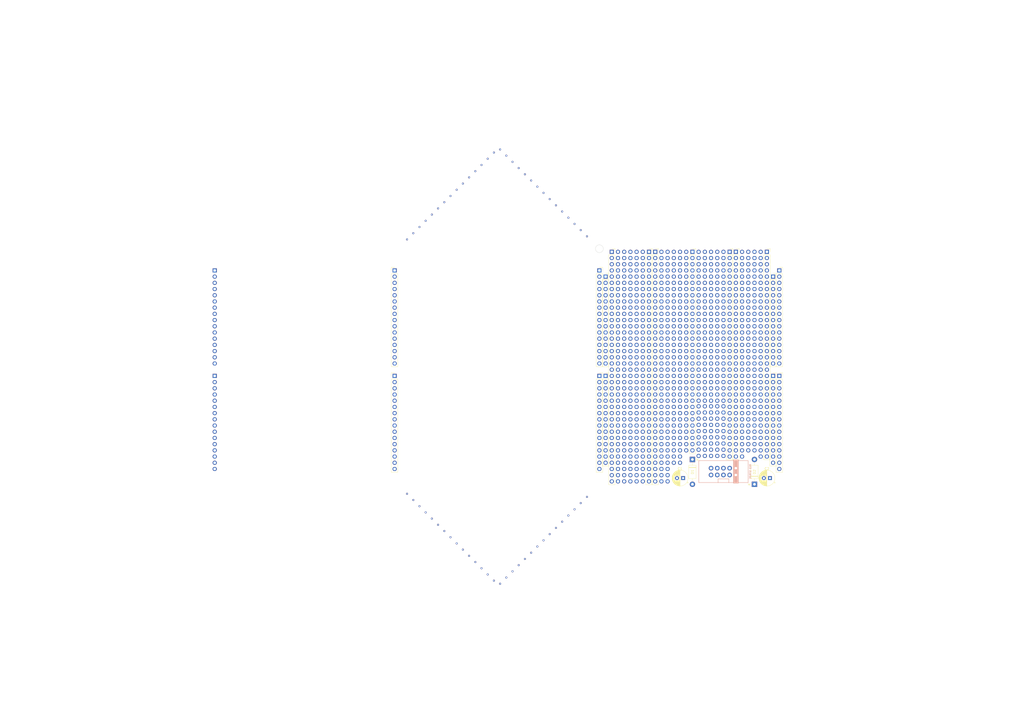
<source format=kicad_pcb>
(kicad_pcb (version 20240108) (generator "pcbnew") (generator_version "8.0")
  (layers (0 "F.Cu" signal) (1 "In1.Cu" signal) (2 "In2.Cu" signal) (3 "In3.Cu" signal) (4 "In4.Cu" signal) (31 "B.Cu" signal) (34 "B.Paste" user) (35 "F.Paste" user) (36 "B.SilkS" user "B.Silkscreen") (37 "F.SilkS" user "F.Silkscreen") (38 "B.Mask" user) (39 "F.Mask" user) (44 "Edge.Cuts" user))
  (net 0 "")
  (net 1 "+12V")
  (net 2 "GND")
  (net 3 "-12V")
  (net 4 "Net-(D1-A)")
  (net 5 "Net-(D2-K)")
  (net 6 "A1")
  (net 7 "A2")
  (net 8 "A3")
  (net 9 "F1")
  (net 10 "F2")
  (net 11 "F3")
  (net 12 "B1")
  (net 13 "B2")
  (net 14 "B3")
  (net 15 "G1")
  (net 16 "G2")
  (net 17 "G3")
  (net 18 "C1")
  (net 19 "C2")
  (net 20 "C3")
  (net 21 "H1")
  (net 22 "H2")
  (net 23 "H3")
  (net 24 "D1")
  (net 25 "D2")
  (net 26 "D3")
  (net 27 "I1")
  (net 28 "I2")
  (net 29 "I3")
  (net 30 "E1")
  (net 31 "E2")
  (net 32 "E3")
  (net 33 "J1")
  (net 34 "J2")
  (net 35 "J3")
  (net 36 "P1")
  (net 37 "P2")
  (net 38 "P3")
  (net 39 "K1")
  (net 40 "K2")
  (net 41 "K3")
  (net 42 "Q1")
  (net 43 "Q2")
  (net 44 "Q3")
  (net 45 "L1")
  (net 46 "L2")
  (net 47 "L3")
  (net 48 "R1")
  (net 49 "R2")
  (net 50 "R3")
  (net 51 "M1")
  (net 52 "M2")
  (net 53 "M3")
  (net 54 "S1")
  (net 55 "S2")
  (net 56 "S3")
  (net 57 "N1")
  (net 58 "N2")
  (net 59 "N3")
  (net 60 "T1")
  (net 61 "T2")
  (net 62 "T3")
  (net 63 "O1")
  (net 64 "O2")
  (net 65 "O3")
  (net 66 "Net-(J21-Pin_1)")
  (net 67 "Net-(J25-Pin_1)")
  (net 68 "Net-(J26-Pin_1)")
  (net 69 "Net-(J27-Pin_1)")
  (net 70 "Net-(J28-Pin_1)")
  (net 71 "Net-(J29-Pin_1)")
  (net 72 "Net-(J30-Pin_1)")
  (net 73 "Net-(J22-Pin_1)")
  (net 74 "Net-(J23-Pin_1)")
  (net 75 "Net-(J24-Pin_1)")
  (net 76 "Net-(J31-Pin_1)")
  (net 77 "Net-(J32-Pin_1)")
  (net 78 "Net-(J33-Pin_1)")
  (net 79 "Net-(J34-Pin_1)")
  (net 80 "Net-(J35-Pin_1)")
  (net 81 "Net-(J36-Pin_1)")
  (net 82 "Net-(J37-Pin_1)")
  (net 83 "Net-(J38-Pin_1)")
  (net 84 "Net-(J39-Pin_1)")
  (net 85 "Net-(J40-Pin_1)")
  (net 86 "Net-(J41-Pin_1)")
  (net 87 "Net-(J42-Pin_1)")
  (net 88 "Net-(J43-Pin_1)")
  (net 89 "Net-(J44-Pin_1)")
  (net 90 "Net-(J45-Pin_1)")
  (net 91 "Net-(J46-Pin_1)")
  (net 92 "Net-(J47-Pin_1)")
  (net 93 "Net-(J48-Pin_1)")
  (net 94 "Net-(J49-Pin_1)")
  (net 95 "Net-(J50-Pin_1)")
  (net 96 "Net-(J51-Pin_1)")
  (net 97 "Net-(J52-Pin_1)")
  (net 98 "Net-(J53-Pin_1)")
  (net 99 "Net-(J54-Pin_1)")
  (net 100 "Net-(J55-Pin_1)")
  (net 101 "Net-(J56-Pin_1)")
  (net 102 "Net-(J57-Pin_1)")
  (net 103 "Net-(J58-Pin_1)")
  (net 104 "Net-(J59-Pin_1)")
  (net 105 "Net-(J60-Pin_1)")
  (net 106 "Net-(J61-Pin_1)")
  (net 107 "Net-(J62-Pin_1)")
  (net 108 "Net-(J63-Pin_1)")
  (net 109 "Net-(J64-Pin_1)")
  (net 110 "Net-(J65-Pin_1)")
  (net 111 "Net-(J66-Pin_1)")
  (net 112 "Net-(J67-Pin_1)")
  (net 113 "Net-(J68-Pin_1)")
  (net 114 "Net-(J69-Pin_1)")
  (net 115 "Net-(J70-Pin_1)")
  (net 116 "Net-(J71-Pin_1)")
  (net 117 "Net-(J72-Pin_1)")
  (net 118 "Net-(J73-Pin_1)")
  (net 119 "Net-(J74-Pin_1)")
  (net 120 "Net-(J75-Pin_1)")
  (net 121 "Net-(J76-Pin_1)")
  (net 122 "Net-(J77-Pin_1)")
  (net 123 "Net-(J78-Pin_1)")
  (net 124 "Net-(J79-Pin_1)")
  (net 125 "Net-(J80-Pin_1)")
  (net 126 "Net-(J81-Pin_1)")
  (net 127 "Net-(J82-Pin_1)")
  (net 128 "Net-(J83-Pin_1)")
  (net 129 "Net-(J84-Pin_1)")
  (net 130 "Net-(J85-Pin_1)")
  (net 131 "Net-(J86-Pin_1)")
  (net 132 "Net-(J87-Pin_1)")
  (net 133 "Net-(J88-Pin_1)")
  (net 134 "Net-(J89-Pin_1)")
  (net 135 "Net-(J90-Pin_1)")
  (net 136 "Net-(J91-Pin_1)")
  (net 137 "Net-(J92-Pin_1)")
  (net 138 "Net-(J93-Pin_1)")
  (net 139 "Net-(J94-Pin_1)")
  (net 140 "Net-(J95-Pin_1)")
  (net 141 "Net-(J96-Pin_1)")
  (net 142 "Net-(J97-Pin_1)")
  (net 143 "Net-(J98-Pin_1)")
  (net 144 "Net-(J99-Pin_1)")
  (net 145 "Net-(J100-Pin_1)")
  (net 146 "Net-(J101-Pin_1)")
  (net 147 "Net-(J102-Pin_1)")
  (net 148 "Net-(J103-Pin_1)")
  (net 149 "Net-(J104-Pin_1)")
  (net 150 "Net-(J105-Pin_1)")
  (net 151 "Net-(J106-Pin_1)")
  (net 152 "Net-(J107-Pin_1)")
  (net 153 "Net-(J108-Pin_1)")
  (net 154 "Net-(J109-Pin_1)")
  (net 155 "Net-(J110-Pin_1)")
  (net 156 "Net-(J111-Pin_1)")
  (net 157 "Net-(J112-Pin_1)")
  (net 158 "Net-(J113-Pin_1)")
  (net 159 "Net-(J114-Pin_1)")
  (net 160 "Net-(J115-Pin_1)")
  (net 161 "Net-(J116-Pin_1)")
  (net 162 "Net-(J117-Pin_1)")
  (net 163 "Net-(J118-Pin_1)")
  (net 164 "Net-(J119-Pin_1)")
  (net 165 "Net-(J120-Pin_1)")
  (net 166 "Net-(J121-Pin_1)")
  (net 167 "Net-(J122-Pin_1)")
  (net 168 "Net-(J123-Pin_1)")
  (net 169 "Net-(J124-Pin_1)")
  (net 170 "Net-(J125-Pin_1)")
  (net 171 "Net-(J126-Pin_1)")
  (net 172 "Net-(J127-Pin_1)")
  (net 173 "Net-(J128-Pin_1)")
  (net 174 "Net-(J129-Pin_1)")
  (net 175 "Net-(J130-Pin_1)")
  (net 176 "Net-(J131-Pin_1)")
  (net 177 "Net-(J132-Pin_1)")
  (net 178 "Net-(J133-Pin_1)")
  (net 179 "Net-(J134-Pin_1)")
  (net 180 "Net-(J135-Pin_1)")
  (net 181 "Net-(J136-Pin_1)")
  (net 182 "Net-(J137-Pin_1)")
  (net 183 "Net-(J138-Pin_1)")
  (net 184 "Net-(J139-Pin_1)")
  (net 185 "Net-(J140-Pin_1)")
  (net 186 "Net-(J141-Pin_1)")
  (net 187 "Net-(J142-Pin_1)")
  (net 188 "Net-(J143-Pin_1)")
  (net 189 "Net-(J144-Pin_1)")
  (net 190 "Net-(J145-Pin_1)")
  (net 191 "Net-(J146-Pin_1)")
  (net 192 "Net-(J147-Pin_1)")
  (net 193 "Net-(J148-Pin_1)")
  (net 194 "Net-(J149-Pin_1)")
  (net 195 "Net-(J150-Pin_1)")
  (net 196 "Net-(J151-Pin_1)")
  (net 197 "Net-(J152-Pin_1)")
  (net 198 "Net-(J153-Pin_1)")
  (net 199 "Net-(J154-Pin_1)")
  (net 200 "Net-(J155-Pin_1)")
  (net 201 "Net-(J156-Pin_1)")
  (net 202 "Net-(J157-Pin_1)")
  (net 203 "Net-(J158-Pin_1)")
  (net 204 "Net-(J159-Pin_1)")
  (net 205 "Net-(J160-Pin_1)")
  (net 206 "Net-(J161-Pin_1)")
  (net 207 "Net-(J163-Pin_1)")
  (net 208 "Net-(J164-Pin_1)")
  (net 209 "Net-(J165-Pin_1)")
  (footprint "Connector_PinHeader_2.54mm:PinHeader_1x16_P2.54mm_Vertical" (layer "F.Cu") (at 88.9 152.4)
    (property "Reference" "J5" (hide yes))
    (property "Value" "Conn_01x16_Female" (hide yes))
  )
  (footprint "diy-nabra:R5_BB" (layer "F.Cu") (at 281.94 160.02 -90)
    (property "Reference" "J82" (hide yes))
    (property "Value" "R1")
  )
  (footprint "Connector_PinSocket_2.54mm:PinSocket_1x15_P2.54mm_Vertical" (layer "F.Cu") (at 248.92 152.4)
    (property "Reference" "J7" (hide yes))
    (property "Value" "Conn_01x15_Pin")
  )
  (footprint "diy-nabra:R5_BB" (layer "F.Cu") (at 264.16 132.08 -90)
    (property "Reference" "J43" (hide yes))
    (property "Value" "R1")
  )
  (footprint "diy-nabra:R5_BB" (layer "F.Cu") (at 254 104.14 90)
    (property "Reference" "J30" (hide yes))
    (property "Value" "R1")
  )
  (footprint "Connector_PinSocket_2.54mm:PinSocket_1x16_P2.54mm_Vertical" (layer "F.Cu") (at 246.38 109.22)
    (property "Reference" "J2" (hide yes))
    (property "Value" "Conn_01x16_Pin")
  )
  (footprint "diy-nabra:R5_BB" (layer "F.Cu") (at 254 185.42 90)
    (property "Reference" "J55" (hide yes))
    (property "Value" "R1")
  )
  (footprint "diy-nabra:R5_BB" (layer "F.Cu") (at 254 109.22 90)
    (property "Reference" "J28" (hide yes))
    (property "Value" "R1")
  )
  (footprint "diy-nabra:R5_BB" (layer "F.Cu") (at 297.18 177.54 -90)
    (property "Reference" "J127" (hide yes))
    (property "Value" "R1")
  )
  (footprint "diy-nabra:R5_BB" (layer "F.Cu") (at 297.18 154.94 -90)
    (property "Reference" "J118" (hide yes))
    (property "Value" "R1")
  )
  (footprint "diy-nabra:PinHeader_1x04_P2.54mm_Vertical" (layer "F.Cu") (at 312.42 114.3 -90)
    (property "Reference" "J136" (hide yes))
    (property "Value" "R1")
  )
  (footprint "diy-nabra:R5_BB" (layer "F.Cu") (at 281.94 104.14 -90)
    (property "Reference" "J60" (hide yes))
    (property "Value" "R1")
  )
  (footprint "diy-nabra:R5_BB" (layer "F.Cu") (at 281.94 106.68 -90)
    (property "Reference" "J61" (hide yes))
    (property "Value" "R1")
  )
  (footprint "diy-nabra:PinHeader_1x04_P2.54mm_Vertical" (layer "F.Cu") (at 312.42 157.48 -90)
    (property "Reference" "J153" (hide yes))
    (property "Value" "R1")
  )
  (footprint "diy-nabra:R5_BB" (layer "F.Cu") (at 297.18 116.84 -90)
    (property "Reference" "J103" (hide yes))
    (property "Value" "R1")
  )
  (footprint "diy-nabra:R5_BB" (layer "F.Cu") (at 264.16 170.18 -90)
    (property "Reference" "J38" (hide yes))
    (property "Value" "R1")
  )
  (footprint "diy-nabra:R5_BB" (layer "F.Cu") (at 297.18 144.78 -90)
    (property "Reference" "J114" (hide yes))
    (property "Value" "R1")
  )
  (footprint "diy-nabra:R5_BB" (layer "F.Cu") (at 281.94 129.54 -90)
    (property "Reference" "J70" (hide yes))
    (property "Value" "R1")
  )
  (footprint "diy-nabra:R5_BB" (layer "F.Cu") (at 281.94 132.08 -90)
    (property "Reference" "J71" (hide yes))
    (property "Value" "R1")
  )
  (footprint "diy-nabra:PinHeader_1x04_P2.54mm_Vertical" (layer "F.Cu") (at 312.42 160.02 -90)
    (property "Reference" "J154" (hide yes))
    (property "Value" "R1")
  )
  (footprint "diy-nabra:R5_BB" (layer "F.Cu") (at 297.18 164.84 -90)
    (property "Reference" "J122" (hide yes))
    (property "Value" "R1")
  )
  (footprint "diy-nabra:R5_BB" (layer "F.Cu") (at 281.94 170.18 -90)
    (property "Reference" "J86" (hide yes))
    (property "Value" "R1")
  )
  (footprint "diy-nabra:R5_BB" (layer "F.Cu") (at 297.18 119.38 -90)
    (property "Reference" "J104" (hide yes))
    (property "Value" "R1")
  )
  (footprint "diy-nabra:R5_BB" (layer "F.Cu") (at 297.18 121.92 -90)
    (property "Reference" "J105" (hide yes))
    (property "Value" "R1")
  )
  (footprint "diy-nabra:R5_BB" (layer "F.Cu") (at 297.18 127 -90)
    (property "Reference" "J107" (hide yes))
    (property "Value" "R1")
  )
  (footprint "diy-nabra:R5_BB" (layer "F.Cu") (at 297.18 152.4 -90)
    (property "Reference" "J117" (hide yes))
    (property "Value" "R1")
  )
  (footprint "diy-nabra:R5_BB" (layer "F.Cu") (at 297.18 172.46 -90)
    (property "Reference" "J125" (hide yes))
    (property "Value" "R1")
  )
  (footprint "diy-nabra:R5_BB" (layer "F.Cu") (at 281.94 137.16 -90)
    (property "Reference" "J73" (hide yes))
    (property "Value" "R1")
  )
  (footprint "Connector_PinHeader_2.54mm:PinHeader_1x05_P2.54mm_Vertical" (layer "F.Cu") (at 254 101.6 90)
    (property "Reference" "J21" (hide yes))
    (property "Value" "R1")
  )
  (footprint "diy-nabra:R5_BB" (layer "F.Cu") (at 254 114.3 90)
    (property "Reference" "J26" (hide yes))
    (property "Value" "R1")
  )
  (footprint "diy-nabra:PinHeader_1x02_P2.54mm_Vertical" (layer "F.Cu") (at 271.78 193.04 90)
    (property "Reference" "J95" (hide yes))
    (property "Value" "R1")
  )
  (footprint "Diode_THT:D_DO-41_SOD81_P10.16mm_Horizontal" (layer "F.Cu") (at 284.475 186.61 -90)
    (property "Reference" "D1")
    (property "Value" "1N4001")
  )
  (footprint "diy-nabra:R5_BB" (layer "F.Cu") (at 264.16 157.48 -90)
    (property "Reference" "J33" (hide yes))
    (property "Value" "R1")
  )
  (footprint "diy-nabra:PinHeader_1x04_P2.54mm_Vertical" (layer "F.Cu") (at 312.42 162.56 -90)
    (property "Reference" "J155" (hide yes))
    (property "Value" "R1")
  )
  (footprint "diy-nabra:R5_BB" (layer "F.Cu") (at 264.16 152.4 -90)
    (property "Reference" "J31" (hide yes))
    (property "Value" "R1")
  )
  (footprint "diy-nabra:R5_BB" (layer "F.Cu") (at 254 187.96 90)
    (property "Reference" "J54" (hide yes))
    (property "Value" "R1")
  )
  (footprint "diy-nabra:R5_BB" (layer "F.Cu") (at 254 111.76 90)
    (property "Reference" "J27" (hide yes))
    (property "Value" "R1")
  )
  (footprint "diy-nabra:R5_BB" (layer "F.Cu") (at 264.16 142.24 -90)
    (property "Reference" "J47" (hide yes))
    (property "Value" "R1")
  )
  (footprint "diy-nabra:R5_BB" (layer "F.Cu") (at 297.18 185.16 -90)
    (property "Reference" "J130" (hide yes))
    (property "Value" "R1")
  )
  (footprint "diy-nabra:PinHeader_1x04_P2.54mm_Vertical" (layer "F.Cu") (at 312.42 175.26 -90)
    (property "Reference" "J160" (hide yes))
    (property "Value" "R1")
  )
  (footprint "diy-nabra:PinHeader_1x04_P2.54mm_Vertical" (layer "F.Cu") (at 312.42 149.86 -90)
    (property "Reference" "J150" (hide yes))
    (property "Value" "R1")
  )
  (footprint "Connector_PinHeader_2.54mm:PinHeader_1x16_P2.54mm_Vertical" (layer "F.Cu") (at 88.9 109.22)
    (property "Reference" "J4" (hide yes))
    (property "Value" "Conn_01x16_Female" (hide yes))
  )
  (footprint "diy-nabra:PinHeader_1x04_P2.54mm_Vertical" (layer "F.Cu") (at 271.78 187.96 90)
    (property "Reference" "J93" (hide yes))
    (property "Value" "R1")
  )
  (footprint "diy-nabra:R5_BB" (layer "F.Cu") (at 254 121.92 90)
    (property "Reference" "J23" (hide yes))
    (property "Value" "R1")
  )
  (footprint "diy-nabra:PinHeader_1x04_P2.54mm_Vertical" (layer "F.Cu") (at 312.42 139.7 -90)
    (property "Reference" "J146" (hide yes))
    (property "Value" "R1")
  )
  (footprint "diy-nabra:PinHeader_1x04_P2.54mm_Vertical" (layer "F.Cu") (at 312.42 119.38 -90)
    (property "Reference" "J138" (hide yes))
    (property "Value" "R1")
  )
  (footprint "diy-nabra:R5_BB" (layer "F.Cu") (at 297.18 162.56 -90)
    (property "Reference" "J121" (hide yes))
    (property "Value" "R1")
  )
  (footprint "diy-nabra:PinHeader_1x04_P2.54mm_Vertical" (layer "F.Cu") (at 312.42 134.62 -90)
    (property "Reference" "J144" (hide yes))
    (property "Value" "R1")
  )
  (footprint "diy-nabra:R5_BB" (layer "F.Cu") (at 281.94 162.56 -90)
    (property "Reference" "J83" (hide yes))
    (property "Value" "R1")
  )
  (footprint "diy-nabra:PinHeader_1x04_P2.54mm_Vertical" (layer "F.Cu") (at 312.42 144.78 -90)
    (property "Reference" "J148" (hide yes))
    (property "Value" "R1")
  )
  (footprint "diy-nabra:R5_BB" (layer "F.Cu") (at 297.18 180.08 -90)
    (property "Reference" "J128" (hide yes))
    (property "Value" "R1")
  )
  (footprint "diy-nabra:R5_BB" (layer "F.Cu") (at 297.18 167.38 -90)
    (property "Reference" "J123" (hide yes))
    (property "Value" "R1")
  )
  (footprint "diy-nabra:PinHeader_1x04_P2.54mm_Vertical" (layer "F.Cu") (at 312.42 121.92 -90)
    (property "Reference" "J139" (hide yes))
    (property "Value" "R1")
  )
  (footprint "diy-nabra:R5_BB" (layer "F.Cu") (at 281.94 121.92 -90)
    (property "Reference" "J67" (hide yes))
    (property "Value" "R1")
  )
  (footprint "diy-nabra:PinHeader_1x04_P2.54mm_Vertical" (layer "F.Cu") (at 312.42 172.72 -90)
    (property "Reference" "J159" (hide yes))
    (property "Value" "R1")
  )
  (footprint "Connector_PinSocket_2.54mm:PinSocket_1x38_P2.54mm_Vertical" (layer "F.Cu") (at 251.46 101.6)
    (property "Reference" "J14" (hide yes))
    (property "Value" "Conn_01x38_Pin")
  )
  (footprint "diy-nabra:PinHeader_1x04_P2.54mm_Vertical" (layer "F.Cu") (at 312.42 170.18 -90)
    (property "Reference" "J158" (hide yes))
    (property "Value" "R1")
  )
  (footprint "diy-nabra:PinHeader_1x04_P2.54mm_Vertical" (layer "F.Cu") (at 312.42 111.76 -90)
    (property "Reference" "J135" (hide yes))
    (property "Value" "R1")
  )
  (footprint "diy-nabra:R5_BB" (layer "F.Cu") (at 264.16 139.7 -90)
    (property "Reference" "J46" (hide yes))
    (property "Value" "R1")
  )
  (footprint "diy-nabra:R5_BB" (layer "F.Cu") (at 297.18 182.62 -90)
    (property "Reference" "J129" (hide yes))
    (property "Value" "R1")
  )
  (footprint "diy-nabra:R5_BB" (layer "F.Cu") (at 254 177.8 90)
    (property "Reference" "J58" (hide yes))
    (property "Value" "R1")
  )
  (footprint "Connector_PinSocket_2.54mm:PinSocket_1x33_P2.54mm_Vertical" (layer "F.Cu") (at 284.48 101.6)
    (property "Reference" "J17" (hide yes))
    (property "Value" "Conn_01x33_Pin")
  )
  (footprint "diy-nabra:R5_BB" (layer "F.Cu") (at 264.16 154.94 -90)
    (property "Reference" "J32" (hide yes))
    (property "Value" "R1")
  )
  (footprint "diy-nabra:R5_BB" (layer "F.Cu") (at 281.94 167.64 -90)
    (property "Reference" "J85" (hide yes))
    (property "Value" "R1")
  )
  (footprint "diy-nabra:R5_BB" (layer "F.Cu") (at 254 180.34 90)
    (property "Reference" "J57" (hide yes))
    (property "Value" "R1")
  )
  (footprint "diy-nabra:R5_BB" (layer "F.Cu") (at 264.16 147.32 -90)
    (property "Reference" "J49" (hide yes))
    (property "Value" "R1")
  )
  (footprint "diy-nabra:PinHeader_1x04_P2.54mm_Vertical" (layer "F.Cu") (at 312.42 137.16 -90)
    (property "Reference" "J145" (hide yes))
    (property "Value" "R1")
  )
  (footprint "diy-nabra:R5_BB" (layer "F.Cu") (at 281.94 147.32 -90)
    (property "Reference" "J77" (hide yes))
    (property "Value" "R1")
  )
  (footprint "diy-nabra:PinHeader_1x04_P2.54mm_Vertical" (layer "F.Cu") (at 312.42 154.94 -90)
    (property "Reference" "J152" (hide yes))
    (property "Value" "R1")
  )
  (footprint "diy-nabra:R5_BB" (layer "F.Cu") (at 281.94 116.84 -90)
    (property "Reference" "J65" (hide yes))
    (property "Value" "R1")
  )
  (footprint "diy-nabra:PinHeader_1x04_P2.54mm_Vertical" (layer "F.Cu") (at 312.42 165.1 -90)
    (property "Reference" "J156" (hide yes))
    (property "Value" "R1")
  )
  (footprint "diy-nabra:R5_BB" (layer "F.Cu") (at 264.16 165.1 -90)
    (property "Reference" "J36" (hide yes))
    (property "Value" "R1")
  )
  (footprint "diy-nabra:R5_BB" (layer "F.Cu") (at 264.16 167.64 -90)
    (property "Reference" "J37" (hide yes))
    (property "Value" "R1")
  )
  (footprint "diy-nabra:R5_BB" (layer "F.Cu") (at 264.16 137.16 -90)
    (property "Reference" "J45" (hide yes))
    (property "Value" "R1")
  )
  (footprint "diy-nabra:R5_BB" (layer "F.Cu") (at 264.16 175.26 -90)
    (property "Reference" "J40" (hide yes))
    (property "Value" "R1")
  )
  (footprint "diy-nabra:R5_BB" (layer "F.Cu") (at 297.18 109.22 -90)
    (property "Reference" "J100" (hide yes))
    (property "Value" "R1")
  )
  (footprint "diy-nabra:PinHeader_1x02_P2.54mm_Vertical" (layer "F.Cu") (at 271.78 190.5 90)
    (property "Reference" "J94" (hide yes))
    (property "Value" "R1")
  )
  (footprint "diy-nabra:R5_BB" (layer "F.Cu") (at 281.94 124.46 -90)
    (property "Reference" "J68" (hide yes))
    (property "Value" "R1")
  )
  (footprint "Connector_PinSocket_2.54mm:PinSocket_1x15_P2.54mm_Vertical" (layer "F.Cu") (at 317.5 111.76)
    (property "Reference" "J12" (hide yes))
    (property "Value" "Conn_01x15_Pin")
  )
  (footprint "diy-nabra:R5_BB" (layer "F.Cu") (at 264.16 160.02 -90)
    (property "Reference" "J34" (hide yes))
    (property "Value" "R1")
  )
  (footprint "diy-nabra:PinHeader_1x04_P2.54mm_Vertical" (layer "F.Cu") (at 312.42 132.08 -90)
    (property "Reference" "J143" (hide yes))
    (property "Value" "R1")
  )
  (footprint "diy-nabra:R5_BB" (layer "F.Cu") (at 254 116.84 90)
    (property "Reference" "J25" (hide yes))
    (property "Value" "R1")
  )
  (footprint "diy-nabra:R5_BB" (layer "F.Cu") (at 281.94 172.72 -90)
    (property "Reference" "J87" (hide yes))
    (property "Value" "R1")
  )
  (footprint "diy-nabra:R5_BB" (layer "F.Cu") (at 264.16 134.62 -90)
    (property "Reference" "J44" (hide yes))
    (property "Value" "R1")
  )
  (footprint "diy-nabra:R5_BB" (layer "F.Cu") (at 264.16 172.72 -90)
    (property "Reference" "J39" (hide yes))
    (property "Value" "R1")
  )
  (footprint "diy-nabra:R5_BB" (layer "F.Cu") (at 297.18 111.76 -90)
    (property "Reference" "J101" (hide yes))
    (property "Value" "R1")
  )
  (footprint "diy-nabra:R5_BB" (layer "F.Cu") (at 297.18 139.7 -90)
    (property "Reference" "J112" (hide yes))
    (property "Value" "R1")
  )
  (footprint "diy-nabra:PinHeader_1x04_P2.54mm_Vertical" (layer "F.Cu") (at 312.42 116.84 -90)
    (property "Reference" "J137" (hide yes))
    (property "Value" "R1")
  )
  (footprint "diy-nabra:R5_BB" (layer "F.Cu") (at 281.94 157.48 -90)
    (property "Reference" "J81" (hide yes))
    (property "Value" "R1")
  )
  (footprint "diy-nabra:PinHeader_1x04_P2.54mm_Vertical" (layer "F.Cu") (at 312.42 147.32 -90)
    (property "Reference" "J149" (hide yes))
    (property "Value" "R1")
  )
  (footprint "diy-nabra:R5_BB" (layer "F.Cu") (at 281.94 182.88 -90)
    (property "Reference" "J91" (hide yes))
    (property "Value" "R1")
  )
  (footprint "Connector_PinHeader_2.54mm:PinHeader_1x16_P2.54mm_Vertical" (layer "F.Cu") (at 162.56 152.4)
    (property "Reference" "J11" (hide yes))
    (property "Value" "Conn_01x16_Female" (hide yes))
  )
  (footprint "diy-nabra:PinHeader_1x04_P2.54mm_Vertical" (layer "F.Cu") (at 304.8 177.8 90)
    (property "Reference" "J163" (hide yes))
    (property "Value" "R1")
  )
  (footprint "diy-nabra:R5_BB" (layer "F.Cu") (at 297.18 106.68 -90)
    (property "Reference" "J99" (hide yes))
    (property "Value" "R1")
  )
  (footprint "diy-nabra:R5_BB" (layer "F.Cu") (at 297.18 149.86 -90)
    (property "Reference" "J116" (hide yes))
    (property "Value" "R1")
  )
  (footprint "diy-nabra:R5_BB" (layer "F.Cu") (at 297.18 142.24 -90)
    (property "Reference" "J113" (hide yes))
    (property "Value" "R1")
  )
  (footprint "Connector_PinSocket_2.54mm:PinSocket_1x34_P2.54mm_Vertical" (layer "F.Cu") (at 314.96 101.6)
    (property "Reference" "J18" (hide yes))
    (property "Value" "Conn_01x34_Pin")
  )
  (footprint "diy-nabra:R5_BB" (layer "F.Cu") (at 254 193.04 90)
    (property "Reference" "J52" (hide yes))
    (property "Value" "R1")
  )
  (footprint "Connector_PinSocket_2.54mm:PinSocket_1x16_P2.54mm_Vertical" (layer "F.Cu") (at 320.04 152.4)
    (property "Reference" "J9" (hide yes))
    (property "Value" "Conn_01x16_Pin")
  )
  (footprint "diy-nabra:R5_BB" (layer "F.Cu") (at 281.94 154.94 -90)
    (property "Reference" "J80" (hide yes))
    (property "Value" "R1")
  )
  (footprint "diy-nabra:PinHeader_1x04_P2.54mm_Vertical" (layer "F.Cu") (at 312.42 106.68 -90)
    (property "Reference" "J133" (hide yes))
    (property "Value" "R1")
  )
  (footprint "diy-nabra:R5_BB" (layer "F.Cu") (at 281.94 111.76 -90)
    (property "Reference" "J63" (hide yes))
    (property "Value" "R1")
  )
  (footprint "diy-nabra:R5_BB" (layer "F.Cu") (at 281.94 175.26 -90)
    (property "Reference" "J88" (hide yes))
    (property "Value" "R1")
  )
  (footprint "diy-nabra:R5_BB" (layer "F.Cu") (at 297.18 129.54 -90)
    (property "Reference" "J108" (hide yes))
    (property "Value" "R1")
  )
  (footprint "diy-nabra:PinHeader_1x04_P2.54mm_Vertical" (layer "F.Cu") (at 312.42 127 -90)
    (property "Reference" "J141" (hide yes))
    (property "Value" "R1")
  )
  (footprint "diy-nabra:R5_BB" (layer "F.Cu") (at 281.94 152.4 -90)
    (property "Reference" "J79" (hide yes))
    (property "Value" "R1")
  )
  (footprint "diy-nabra:R5_BB" (layer "F.Cu") (at 264.16 144.78 -90)
    (property "Reference" "J48" (hide yes))
    (property "Value" "R1")
  )
  (footprint "diy-nabra:R5_BB" (layer "F.Cu") (at 254 182.88 90)
    (property "Reference" "J56" (hide yes))
    (property "Value" "R1")
  )
  (footprint "diy-nabra:R5_BB" (layer "F.Cu") (at 297.18 137.16 -90)
    (property "Reference" "J111" (hide yes))
    (property "Value" "R1")
  )
  (footprint "diy-nabra:R5_BB" (layer "F.Cu") (at 254 190.5 90)
    (property "Reference" "J53" (hide yes))
    (property "Value" "R1")
  )
  (footprint "diy-nabra:R5_BB" (layer "F.Cu") (at 281.94 142.24 -90)
    (property "Reference" "J75" (hide yes))
    (property "Value" "R1")
  )
  (footprint "diy-nabra:R5_BB" (layer "F.Cu") (at 281.94 144.78 -90)
    (property "Reference" "J76" (hide yes))
    (property "Value" "R1")
  )
  (footprint "diy-nabra:R5_BB" (layer "F.Cu") (at 281.94 134.62 -90)
    (property "Reference" "J72" (hide yes))
    (property "Value" "R1")
  )
  (footprint "diy-nabra:R5_BB" (layer "F.Cu") (at 297.18 124.46 -90)
    (property "Reference" "J106" (hide yes))
    (property "Value" "R1")
  )
  (footprint "diy-nabra:R5_BB" (layer "F.Cu") (at 281.94 101.6 -90)
    (property "Reference" "J59" (hide yes))
    (property "Value" "R1")
  )
  (footprint "diy-nabra:PinHeader_1x04_P2.54mm_Vertical" (layer "F.Cu") (at 271.78 185.42 90)
    (property "Reference" "J92" (hide yes))
    (property "Value" "R1")
  )
  (footprint "diy-nabra:R5_BB" (layer "F.Cu") (at 297.18 157.48 -90)
    (property "Reference" "J119" (hide yes))
    (property "Value" "R1")
  )
  (footprint "diy-nabra:R5_BB" (layer "F.Cu") (at 297.18 175 -90)
    (property "Reference" "J126" (hide yes))
    (property "Value" "R1")
  )
  (footprint "diy-nabra:R5_BB" (layer "F.Cu") (at 254 195.58 90)
    (property "Reference" "J51" (hide yes))
    (property "Value" "R1")
  )
  (footprint "Connector_PinSocket_2.54mm:PinSocket_1x15_P2.54mm_Vertical" (layer "F.Cu") (at 317.5 152.4)
    (property "Reference" "J13" (hide yes))
    (property "Value" "Conn_01x15_Pin")
  )
  (footprint "diy-nabra:PinHeader_1x02_P2.54mm_Vertical" (layer "F.Cu") (at 271.78 195.58 90)
    (property "Reference" "J96" (hide yes))
    (property "Value" "R1")
  )
  (footprint "diy-nabra:PinHeader_1x04_P2.54mm_Vertical" (layer "F.Cu") (at 312.42 129.54 -90)
    (property "Reference" "J142" (hide yes))
    (property "Value" "R1")
  )
  (footprint "Connector_PinSocket_2.54mm:PinSocket_1x15_P2.54mm_Vertical" (layer "F.Cu") (at 248.92 111.76)
    (property "Reference" "J6" (hide yes))
    (property "Value" "Conn_01x15_Pin")
  )
  (footprint "diy-nabra:PinHeader_1x01_P2.54mm_Vertical" (layer "F.Cu") (at 312.42 185.42)
    (property "Reference" "J162" (hide yes))
    (property "Value" "R2")
  )
  (footprint "diy-nabra:R5_BB" (layer "F.Cu") (at 264.16 129.54 -90)
    (property "Reference" "J42" (hide yes))
    (property "Value" "R1")
  )
  (footprint "diy-nabra:R5_BB" (layer "F.Cu") (at 254 124.46 90)
    (property "Reference" "J22" (hide yes))
    (property "Value" "R1")
  )
  (footprint "diy-nabra:R5_BB" (layer "F.Cu") (at 297.18 160.02 -90)
    (property "Reference" "J120" (hide yes))
    (property "Value" "R1")
  )
  (footprint "diy-nabra:PinHeader_1x04_P2.54mm_Vertical" (layer "F.Cu") (at 312.42 124.46 -90)
    (property "Reference" "J140" (hide yes))
    (property "Value" "R1")
  )
  (footprint "Connector_PinSocket_2.54mm:PinSocket_1x16_P2.54mm_Vertical" (layer "F.Cu") (at 246.38 152.4)
    (property "Reference" "J3" (hide yes))
    (property "Value" "Conn_01x16_Pin")
  )
  (footprint "diy-nabra:R5_BB" (layer "F.Cu") (at 297.18 169.92 -90)
    (property "Reference" "J124" (hide yes))
    (property "Value" "R1")
  )
  (footprint "diy-nabra:R5_BB" (layer "F.Cu") (at 281.94 114.3 -90)
    (property "Reference" "J64" (hide yes))
    (property "Value" "R1")
  )
  (footprint "diy-nabra:R5_BB" (layer "F.Cu") (at 297.18 147.32 -90)
    (property "Reference" "J115" (hide yes))
    (property "Value" "R1")
  )
  (footprint "diy-nabra:R5_BB" (layer "F.Cu") (at 254 119.38 90)
    (property "Reference" "J24" (hide yes))
    (property "Value" "R1")
  )
  (footprint "diy-nabra:R5_BB" (layer "F.Cu") (at 297.18 104.14 -90)
    (property "Reference" "J98" (hide yes))
    (property "Value" "R1")
  )
  (footprint "diy-nabra:R5_BB" (layer "F.Cu") (at 264.16 162.56 -90)
    (property "Reference" "J35" (hide yes))
    (property "Value" "R1")
  )
  (footprint "Connector_PinHeader_2.54mm:PinHeader_1x16_P2.54mm_Vertical" (layer "F.Cu") (at 162.56 109.22)
    (property "Reference" "J10" (hide yes))
    (property "Value" "Conn_01x16_Female" (hide yes))
  )
  (footprint "diy-nabra:R5_BB" (layer "F.Cu") (at 264.16 149.86 -90)
    (property "Reference" "J50" (hide yes))
    (property "Value" "R1")
  )
  (footprint "diy-nabra:R5_BB" (layer "F.Cu") (at 281.94 149.86 -90)
    (property "Reference" "J78" (hide yes))
    (property "Value" "R1")
  )
  (footprint "Connector_PinSocket_2.54mm:PinSocket_1x34_P2.54mm_Vertical" (layer "F.Cu") (at 299.72 101.6)
    (property "Reference" "J20" (hide yes))
    (property "Value" "Conn_01x34_Pin")
  )
  (footprint "diy-nabra:R5_BB" (layer "F.Cu") (at 281.94 139.7 -90)
    (property "Reference" "J74" (hide yes))
    (property "Value" "R1")
  )
  (footprint "diy-nabra:PinHeader_1x04_P2.54mm_Vertical" (layer "F.Cu") (at 304.8 180.34 90)
    (property "Reference" "J164" (hide yes))
    (property "Value" "R1")
  )
  (footprint "Capacitor_THT:CP_Radial_D6.3mm_P2.50mm" (layer "F.Cu") (at 280.665 194.23 180)
    (property "Reference" "C1")
    (property "Value" "10uF")
  )
  (footprint "diy-nabra:PinHeader_1x04_P2.54mm_Vertical" (layer "F.Cu") (at 312.42 101.6 -90)
    (property "Reference" "J131" (hide yes))
    (property "Value" "R1")
  )
  (footprint "diy-nabra:PinHeader_1x04_P2.54mm_Vertical" (layer "F.Cu") (at 312.42 104.14 -90)
    (property "Reference" "J132" (hide yes))
    (property "Value" "R1")
  )
  (footprint "diy-nabra:R5_BB" (layer "F.Cu") (at 281.94 119.38 -90)
    (property "Reference" "J66" (hide yes))
    (property "Value" "R1")
  )
  (footprint "diy-nabra:R5_BB" (layer "F.Cu") (at 271.78 127 90)
    (property "Reference" "J69" (hide yes))
    (property "Value" "R1")
  )
  (footprint "Diode_THT:D_DO-41_SOD81_P10.16mm_Horizontal" (layer "F.Cu") (at 309.875 196.77 90)
    (property "Reference" "D2")
    (property "Value" "1N4001")
  )
  (footprint "diy-nabra:PinHeader_1x04_P2.54mm_Vertical" (layer "F.Cu") (at 312.42 152.4 -90)
    (property "Reference" "J151" (hide yes))
    (property "Value" "R1")
  )
  (footprint "diy-nabra:R5_BB" (layer "F.Cu") (at 297.18 132.08 -90)
    (property "Reference" "J109" (hide yes))
    (property "Value" "R1")
  )
  (footprint "diy-nabra:PinHeader_1x04_P2.54mm_Vertical" (layer "F.Cu") (at 312.42 142.24 -90)
    (property "Reference" "J147" (hide yes))
    (property "Value" "R1")
  )
  (footprint "diy-nabra:R5_BB" (layer "F.Cu") (at 297.18 114.3 -90)
    (property "Reference" "J102" (hide yes))
    (property "Value" "R1")
  )
  (footprint "diy-nabra:PinHeader_1x01_P2.54mm_Vertical" (layer "F.Cu") (at 304.8 185.42)
    (property "Reference" "J161" (hide yes))
    (property "Value" "R2")
  )
  (footprint "diy-nabra:R5_BB" (layer "F.Cu") (at 297.18 134.62 -90)
    (property "Reference" "J110" (hide yes))
    (property "Value" "R1")
  )
  (footprint "Connector_PinSocket_2.54mm:PinSocket_1x38_P2.54mm_Vertical" (layer "F.Cu") (at 266.7 101.6)
    (property "Reference" "J16" (hide yes))
    (property "Value" "Conn_01x38_Pin")
  )
  (footprint "diy-nabra:R5_BB" (layer "F.Cu") (at 281.94 177.8 -90)
    (property "Reference" "J89" (hide yes))
    (property "Value" "R1")
  )
  (footprint "diy-nabra:R5_BB" (layer "F.Cu") (at 254 106.68 90)
    (property "Reference" "J29" (hide yes))
    (property "Value" "R1")
  )
  (footprint "Connector_PinSocket_2.54mm:PinSocket_1x38_P2.54mm_Vertical" (layer "F.Cu") (at 269.24 101.6)
    (property "Reference" "J15" (hide yes))
    (property "Value" "Conn_01x38_Pin")
  )
  (footprint "diy-nabra:PinHeader_1x04_P2.54mm_Vertical" (layer "F.Cu") (at 304.8 182.88 90)
    (property "Reference" "J165" (hide yes))
    (property "Value" "R1")
  )
  (footprint "diy-nabra:R5_BB" (layer "F.Cu") (at 297.18 101.6 -90)
    (property "Reference" "J97" (hide yes))
    (property "Value" "R1")
  )
  (footprint "Connector_PinSocket_2.54mm:PinSocket_1x34_P2.54mm_Vertical" (layer "F.Cu") (at 302.26 101.6)
    (property "Reference" "J19" (hide yes))
    (property "Value" "Conn_01x34_Pin")
  )
  (footprint "Connector_PinSocket_2.54mm:PinSocket_1x16_P2.54mm_Vertical" (layer "F.Cu") (at 320.04 109.22)
    (property "Reference" "J8" (hide yes))
    (property "Value" "Conn_01x16_Pin")
  )
  (footprint "diy-nabra:R5_BB" (layer "F.Cu") (at 281.94 109.22 -90)
    (property "Reference" "J62" (hide yes))
    (property "Value" "R1")
  )
  (footprint "diy-nabra:R5_BB" (layer "F.Cu") (at 281.94 180.34 -90)
    (property "Reference" "J90" (hide yes))
    (property "Value" "R1")
  )
  (footprint "diy-nabra:PinHeader_1x04_P2.54mm_Vertical" (layer "F.Cu") (at 312.42 167.64 -90)
    (property "Reference" "J157" (hide yes))
    (property "Value" "R1")
  )
  (footprint "diy-nabra:PinHeader_1x04_P2.54mm_Vertical" (layer "F.Cu") (at 312.42 109.22 -90)
    (property "Reference" "J134" (hide yes))
    (property "Value" "R1")
  )
  (footprint "Capacitor_THT:CP_Radial_D6.3mm_P2.50mm" (layer "F.Cu") (at 316.225 194.23 180)
    (property "Reference" "C2")
    (property "Value" "10uF")
  )
  (footprint "diy-nabra:R5_BB" (layer "F.Cu") (at 264.16 127 -90)
    (property "Reference" "J41" (hide yes))
    (property "Value" "R1")
  )
  (footprint "diy-nabra:R5_BB" (layer "F.Cu") (at 281.94 165.1 -90)
    (property "Reference" "J84" (hide yes))
    (property "Value" "R1")
  )
  (footprint "winterbloom:Eurorack_Power_2x5_Shrouded" (layer "B.Cu") (at 302.255 192.96 180)
    (property "Reference" "J1" (hide yes))
    (property "Value" "Eurorack_Power" (hide yes))
  )
  (gr_circle (center 246.375 100.33) (end 247.975 100.33) (stroke (width 0.1)) (fill none) (layer "Edge.Cuts"))
  (via (at 241.3 95.25) (size 0.8) (drill 0.4) (layers "F.Cu" "B.Cu") (net 6))
  (via (at 238.76 92.71) (size 0.8) (drill 0.4) (layers "F.Cu" "B.Cu") (net 7))
  (via (at 236.22 90.17) (size 0.8) (drill 0.4) (layers "F.Cu" "B.Cu") (net 8))
  (via (at 233.68 87.63) (size 0.8) (drill 0.4) (layers "F.Cu" "B.Cu") (net 9))
  (via (at 231.14 85.09) (size 0.8) (drill 0.4) (layers "F.Cu" "B.Cu") (net 10))
  (via (at 228.6 82.55) (size 0.8) (drill 0.4) (layers "F.Cu" "B.Cu") (net 11))
  (via (at 226.06 80.01) (size 0.8) (drill 0.4) (layers "F.Cu" "B.Cu") (net 12))
  (via (at 223.52 77.47) (size 0.8) (drill 0.4) (layers "F.Cu" "B.Cu") (net 13))
  (via (at 220.98 74.93) (size 0.8) (drill 0.4) (layers "F.Cu" "B.Cu") (net 14))
  (via (at 218.44 72.39) (size 0.8) (drill 0.4) (layers "F.Cu" "B.Cu") (net 15))
  (via (at 215.9 69.85) (size 0.8) (drill 0.4) (layers "F.Cu" "B.Cu") (net 16))
  (via (at 213.36 67.31) (size 0.8) (drill 0.4) (layers "F.Cu" "B.Cu") (net 17))
  (via (at 210.82 64.77) (size 0.8) (drill 0.4) (layers "F.Cu" "B.Cu") (net 18))
  (via (at 208.28 62.23) (size 0.8) (drill 0.4) (layers "F.Cu" "B.Cu") (net 19))
  (via (at 205.74 59.69) (size 0.8) (drill 0.4) (layers "F.Cu" "B.Cu") (net 20))
  (via (at 205.74 237.49) (size 0.8) (drill 0.4) (layers "F.Cu" "B.Cu") (net 21))
  (via (at 208.28 234.95) (size 0.8) (drill 0.4) (layers "F.Cu" "B.Cu") (net 22))
  (via (at 210.82 232.41) (size 0.8) (drill 0.4) (layers "F.Cu" "B.Cu") (net 23))
  (via (at 213.36 229.87) (size 0.8) (drill 0.4) (layers "F.Cu" "B.Cu") (net 24))
  (via (at 215.9 227.33) (size 0.8) (drill 0.4) (layers "F.Cu" "B.Cu") (net 25))
  (via (at 218.44 224.79) (size 0.8) (drill 0.4) (layers "F.Cu" "B.Cu") (net 26))
  (via (at 220.98 222.25) (size 0.8) (drill 0.4) (layers "F.Cu" "B.Cu") (net 27))
  (via (at 223.52 219.71) (size 0.8) (drill 0.4) (layers "F.Cu" "B.Cu") (net 28))
  (via (at 226.06 217.17) (size 0.8) (drill 0.4) (layers "F.Cu" "B.Cu") (net 29))
  (via (at 228.6 214.63) (size 0.8) (drill 0.4) (layers "F.Cu" "B.Cu") (net 30))
  (via (at 231.14 212.09) (size 0.8) (drill 0.4) (layers "F.Cu" "B.Cu") (net 31))
  (via (at 233.68 209.55) (size 0.8) (drill 0.4) (layers "F.Cu" "B.Cu") (net 32))
  (via (at 236.22 207.01) (size 0.8) (drill 0.4) (layers "F.Cu" "B.Cu") (net 33))
  (via (at 238.76 204.47) (size 0.8) (drill 0.4) (layers "F.Cu" "B.Cu") (net 34))
  (via (at 241.3 201.93) (size 0.8) (drill 0.4) (layers "F.Cu" "B.Cu") (net 35))
  (via (at 167.645 96.52) (size 0.8) (drill 0.4) (layers "F.Cu" "B.Cu") (net 36))
  (via (at 170.185 93.98) (size 0.8) (drill 0.4) (layers "F.Cu" "B.Cu") (net 37))
  (via (at 172.725 91.44) (size 0.8) (drill 0.4) (layers "F.Cu" "B.Cu") (net 38))
  (via (at 175.265 88.9) (size 0.8) (drill 0.4) (layers "F.Cu" "B.Cu") (net 39))
  (via (at 177.805 86.36) (size 0.8) (drill 0.4) (layers "F.Cu" "B.Cu") (net 40))
  (via (at 180.345 83.82) (size 0.8) (drill 0.4) (layers "F.Cu" "B.Cu") (net 41))
  (via (at 182.885 81.28) (size 0.8) (drill 0.4) (layers "F.Cu" "B.Cu") (net 42))
  (via (at 185.425 78.74) (size 0.8) (drill 0.4) (layers "F.Cu" "B.Cu") (net 43))
  (via (at 187.965 76.2) (size 0.8) (drill 0.4) (layers "F.Cu" "B.Cu") (net 44))
  (via (at 190.505 73.66) (size 0.8) (drill 0.4) (layers "F.Cu" "B.Cu") (net 45))
  (via (at 193.045 71.12) (size 0.8) (drill 0.4) (layers "F.Cu" "B.Cu") (net 46))
  (via (at 195.585 68.58) (size 0.8) (drill 0.4) (layers "F.Cu" "B.Cu") (net 47))
  (via (at 198.125 66.04) (size 0.8) (drill 0.4) (layers "F.Cu" "B.Cu") (net 48))
  (via (at 200.665 63.5) (size 0.8) (drill 0.4) (layers "F.Cu" "B.Cu") (net 49))
  (via (at 203.205 60.96) (size 0.8) (drill 0.4) (layers "F.Cu" "B.Cu") (net 50))
  (via (at 203.2 236.22) (size 0.8) (drill 0.4) (layers "F.Cu" "B.Cu") (net 51))
  (via (at 200.66 233.68) (size 0.8) (drill 0.4) (layers "F.Cu" "B.Cu") (net 52))
  (via (at 198.12 231.14) (size 0.8) (drill 0.4) (layers "F.Cu" "B.Cu") (net 53))
  (via (at 195.58 228.6) (size 0.8) (drill 0.4) (layers "F.Cu" "B.Cu") (net 54))
  (via (at 193.04 226.06) (size 0.8) (drill 0.4) (layers "F.Cu" "B.Cu") (net 55))
  (via (at 190.5 223.52) (size 0.8) (drill 0.4) (layers "F.Cu" "B.Cu") (net 56))
  (via (at 187.96 220.98) (size 0.8) (drill 0.4) (layers "F.Cu" "B.Cu") (net 57))
  (via (at 185.42 218.44) (size 0.8) (drill 0.4) (layers "F.Cu" "B.Cu") (net 58))
  (via (at 182.88 215.9) (size 0.8) (drill 0.4) (layers "F.Cu" "B.Cu") (net 59))
  (via (at 180.34 213.36) (size 0.8) (drill 0.4) (layers "F.Cu" "B.Cu") (net 60))
  (via (at 177.8 210.82) (size 0.8) (drill 0.4) (layers "F.Cu" "B.Cu") (net 61))
  (via (at 175.26 208.28) (size 0.8) (drill 0.4) (layers "F.Cu" "B.Cu") (net 62))
  (via (at 172.72 205.74) (size 0.8) (drill 0.4) (layers "F.Cu" "B.Cu") (net 63))
  (via (at 170.18 203.2) (size 0.8) (drill 0.4) (layers "F.Cu" "B.Cu") (net 64))
  (via (at 167.64 200.66) (size 0.8) (drill 0.4) (layers "F.Cu" "B.Cu") (net 65))
)
</source>
